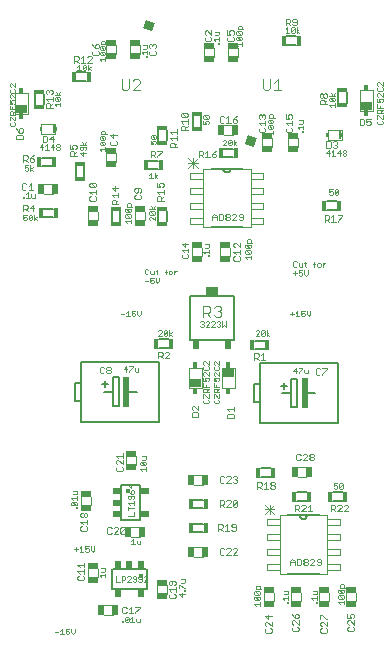
<source format=gto>
G75*
%MOIN*%
%OFA0B0*%
%FSLAX24Y24*%
%IPPOS*%
%LPD*%
%AMOC8*
5,1,8,0,0,1.08239X$1,22.5*
%
%ADD10C,0.0020*%
%ADD11R,0.0300X0.0300*%
%ADD12C,0.0000*%
%ADD13C,0.0030*%
%ADD14C,0.0060*%
%ADD15R,0.0340X0.0160*%
%ADD16C,0.0040*%
%ADD17R,0.0374X0.0197*%
%ADD18R,0.0160X0.0340*%
%ADD19R,0.0197X0.0374*%
%ADD20R,0.0083X0.0134*%
%ADD21R,0.0114X0.0315*%
%ADD22R,0.0433X0.0236*%
%ADD23R,0.0118X0.0217*%
%ADD24R,0.0433X0.0315*%
%ADD25C,0.0080*%
%ADD26R,0.0217X0.0285*%
%ADD27R,0.0394X0.0276*%
%ADD28C,0.0070*%
%ADD29C,0.0177*%
%ADD30R,0.0197X0.0256*%
%ADD31R,0.0256X0.0197*%
%ADD32R,0.0200X0.1000*%
D10*
X030510Y006550D02*
X030630Y006550D01*
X030694Y006580D02*
X030754Y006640D01*
X030754Y006460D01*
X030694Y006460D02*
X030814Y006460D01*
X030878Y006490D02*
X030908Y006460D01*
X030968Y006460D01*
X030998Y006490D01*
X030998Y006550D01*
X030968Y006580D01*
X030938Y006580D01*
X030878Y006550D01*
X030878Y006640D01*
X030998Y006640D01*
X031062Y006640D02*
X031062Y006520D01*
X031123Y006460D01*
X031183Y006520D01*
X031183Y006640D01*
X032760Y006860D02*
X032790Y006860D01*
X032790Y006890D01*
X032760Y006890D01*
X032760Y006860D01*
X032852Y006890D02*
X032972Y007010D01*
X032972Y006890D01*
X032942Y006860D01*
X032882Y006860D01*
X032852Y006890D01*
X032852Y007010D01*
X032882Y007040D01*
X032942Y007040D01*
X032972Y007010D01*
X033036Y006980D02*
X033096Y007040D01*
X033096Y006860D01*
X033036Y006860D02*
X033156Y006860D01*
X033220Y006890D02*
X033250Y006860D01*
X033340Y006860D01*
X033340Y006980D01*
X033220Y006980D02*
X033220Y006890D01*
X033202Y007160D02*
X033202Y007197D01*
X033349Y007343D01*
X033349Y007380D01*
X033202Y007380D01*
X033054Y007380D02*
X033054Y007160D01*
X032981Y007160D02*
X033128Y007160D01*
X032981Y007307D02*
X033054Y007380D01*
X032907Y007343D02*
X032870Y007380D01*
X032797Y007380D01*
X032760Y007343D01*
X032760Y007197D01*
X032797Y007160D01*
X032870Y007160D01*
X032907Y007197D01*
X032928Y008210D02*
X033048Y008330D01*
X033048Y008360D01*
X033018Y008390D01*
X032958Y008390D01*
X032928Y008360D01*
X032864Y008360D02*
X032864Y008300D01*
X032834Y008270D01*
X032744Y008270D01*
X032744Y008210D02*
X032744Y008390D01*
X032834Y008390D01*
X032864Y008360D01*
X032928Y008210D02*
X033048Y008210D01*
X033112Y008240D02*
X033142Y008210D01*
X033203Y008210D01*
X033233Y008240D01*
X033233Y008360D01*
X033203Y008390D01*
X033142Y008390D01*
X033112Y008360D01*
X033112Y008330D01*
X033142Y008300D01*
X033233Y008300D01*
X033297Y008330D02*
X033327Y008300D01*
X033417Y008300D01*
X033417Y008240D02*
X033417Y008360D01*
X033387Y008390D01*
X033327Y008390D01*
X033297Y008360D01*
X033297Y008330D01*
X033297Y008240D02*
X033327Y008210D01*
X033387Y008210D01*
X033417Y008240D01*
X033481Y008210D02*
X033601Y008330D01*
X033601Y008360D01*
X033571Y008390D01*
X033511Y008390D01*
X033481Y008360D01*
X033481Y008210D02*
X033601Y008210D01*
X034320Y008212D02*
X034320Y008139D01*
X034357Y008102D01*
X034393Y008102D01*
X034430Y008139D01*
X034430Y008249D01*
X034503Y008249D02*
X034357Y008249D01*
X034320Y008212D01*
X034503Y008249D02*
X034540Y008212D01*
X034540Y008139D01*
X034503Y008102D01*
X034540Y008028D02*
X034540Y007881D01*
X034540Y007954D02*
X034320Y007954D01*
X034393Y007881D01*
X034357Y007807D02*
X034320Y007770D01*
X034320Y007697D01*
X034357Y007660D01*
X034503Y007660D01*
X034540Y007697D01*
X034540Y007770D01*
X034503Y007807D01*
X034660Y007800D02*
X034750Y007710D01*
X034750Y007830D01*
X034810Y007894D02*
X034810Y007924D01*
X034840Y007924D01*
X034840Y007894D01*
X034810Y007894D01*
X034810Y007986D02*
X034690Y008106D01*
X034660Y008106D01*
X034660Y007986D01*
X034810Y007986D02*
X034840Y007986D01*
X034840Y007800D02*
X034660Y007800D01*
X034720Y008170D02*
X034810Y008170D01*
X034840Y008200D01*
X034840Y008290D01*
X034720Y008290D01*
X036010Y009147D02*
X036047Y009110D01*
X036120Y009110D01*
X036157Y009147D01*
X036231Y009110D02*
X036378Y009257D01*
X036378Y009293D01*
X036341Y009330D01*
X036268Y009330D01*
X036231Y009293D01*
X036157Y009293D02*
X036120Y009330D01*
X036047Y009330D01*
X036010Y009293D01*
X036010Y009147D01*
X036231Y009110D02*
X036378Y009110D01*
X036452Y009110D02*
X036599Y009257D01*
X036599Y009293D01*
X036562Y009330D01*
X036489Y009330D01*
X036452Y009293D01*
X036452Y009110D02*
X036599Y009110D01*
X036512Y009910D02*
X036549Y009947D01*
X036549Y010093D01*
X036512Y010130D01*
X036439Y010130D01*
X036402Y010093D01*
X036402Y010057D01*
X036439Y010020D01*
X036549Y010020D01*
X036512Y009910D02*
X036439Y009910D01*
X036402Y009947D01*
X036328Y009910D02*
X036181Y009910D01*
X036254Y009910D02*
X036254Y010130D01*
X036181Y010057D01*
X036107Y010093D02*
X036107Y010020D01*
X036070Y009983D01*
X035960Y009983D01*
X035960Y009910D02*
X035960Y010130D01*
X036070Y010130D01*
X036107Y010093D01*
X036033Y009983D02*
X036107Y009910D01*
X036157Y010710D02*
X036083Y010783D01*
X036120Y010783D02*
X036010Y010783D01*
X036010Y010710D02*
X036010Y010930D01*
X036120Y010930D01*
X036157Y010893D01*
X036157Y010820D01*
X036120Y010783D01*
X036231Y010710D02*
X036378Y010857D01*
X036378Y010893D01*
X036341Y010930D01*
X036268Y010930D01*
X036231Y010893D01*
X036231Y010710D02*
X036378Y010710D01*
X036452Y010747D02*
X036599Y010893D01*
X036599Y010747D01*
X036562Y010710D01*
X036489Y010710D01*
X036452Y010747D01*
X036452Y010893D01*
X036489Y010930D01*
X036562Y010930D01*
X036599Y010893D01*
X037260Y011310D02*
X037260Y011530D01*
X037370Y011530D01*
X037407Y011493D01*
X037407Y011420D01*
X037370Y011383D01*
X037260Y011383D01*
X037333Y011383D02*
X037407Y011310D01*
X037481Y011310D02*
X037628Y011310D01*
X037554Y011310D02*
X037554Y011530D01*
X037481Y011457D01*
X037702Y011457D02*
X037702Y011493D01*
X037739Y011530D01*
X037812Y011530D01*
X037849Y011493D01*
X037849Y011457D01*
X037812Y011420D01*
X037739Y011420D01*
X037702Y011457D01*
X037739Y011420D02*
X037702Y011383D01*
X037702Y011347D01*
X037739Y011310D01*
X037812Y011310D01*
X037849Y011347D01*
X037849Y011383D01*
X037812Y011420D01*
X038510Y010780D02*
X038620Y010780D01*
X038657Y010743D01*
X038657Y010670D01*
X038620Y010633D01*
X038510Y010633D01*
X038510Y010560D02*
X038510Y010780D01*
X038583Y010633D02*
X038657Y010560D01*
X038731Y010560D02*
X038878Y010707D01*
X038878Y010743D01*
X038841Y010780D01*
X038768Y010780D01*
X038731Y010743D01*
X038731Y010560D02*
X038878Y010560D01*
X038952Y010560D02*
X039099Y010560D01*
X039025Y010560D02*
X039025Y010780D01*
X038952Y010707D01*
X039710Y010780D02*
X039710Y010560D01*
X039710Y010633D02*
X039820Y010633D01*
X039857Y010670D01*
X039857Y010743D01*
X039820Y010780D01*
X039710Y010780D01*
X039783Y010633D02*
X039857Y010560D01*
X039931Y010560D02*
X040078Y010707D01*
X040078Y010743D01*
X040041Y010780D01*
X039968Y010780D01*
X039931Y010743D01*
X039931Y010560D02*
X040078Y010560D01*
X040152Y010560D02*
X040299Y010707D01*
X040299Y010743D01*
X040262Y010780D01*
X040189Y010780D01*
X040152Y010743D01*
X040152Y010560D02*
X040299Y010560D01*
X040084Y011310D02*
X040024Y011310D01*
X039994Y011340D01*
X040114Y011460D01*
X040114Y011340D01*
X040084Y011310D01*
X039994Y011340D02*
X039994Y011460D01*
X040024Y011490D01*
X040084Y011490D01*
X040114Y011460D01*
X039930Y011490D02*
X039810Y011490D01*
X039810Y011400D01*
X039870Y011430D01*
X039900Y011430D01*
X039930Y011400D01*
X039930Y011340D01*
X039900Y011310D01*
X039840Y011310D01*
X039810Y011340D01*
X039112Y012260D02*
X039039Y012260D01*
X039002Y012297D01*
X039002Y012333D01*
X039039Y012370D01*
X039112Y012370D01*
X039149Y012333D01*
X039149Y012297D01*
X039112Y012260D01*
X039112Y012370D02*
X039149Y012407D01*
X039149Y012443D01*
X039112Y012480D01*
X039039Y012480D01*
X039002Y012443D01*
X039002Y012407D01*
X039039Y012370D01*
X038928Y012407D02*
X038928Y012443D01*
X038891Y012480D01*
X038818Y012480D01*
X038781Y012443D01*
X038707Y012443D02*
X038670Y012480D01*
X038597Y012480D01*
X038560Y012443D01*
X038560Y012297D01*
X038597Y012260D01*
X038670Y012260D01*
X038707Y012297D01*
X038781Y012260D02*
X038928Y012407D01*
X038928Y012260D02*
X038781Y012260D01*
X036599Y011693D02*
X036599Y011657D01*
X036562Y011620D01*
X036599Y011583D01*
X036599Y011547D01*
X036562Y011510D01*
X036489Y011510D01*
X036452Y011547D01*
X036378Y011510D02*
X036231Y011510D01*
X036378Y011657D01*
X036378Y011693D01*
X036341Y011730D01*
X036268Y011730D01*
X036231Y011693D01*
X036157Y011693D02*
X036120Y011730D01*
X036047Y011730D01*
X036010Y011693D01*
X036010Y011547D01*
X036047Y011510D01*
X036120Y011510D01*
X036157Y011547D01*
X036452Y011693D02*
X036489Y011730D01*
X036562Y011730D01*
X036599Y011693D01*
X036562Y011620D02*
X036525Y011620D01*
X033540Y011908D02*
X033540Y012028D01*
X033540Y011968D02*
X033360Y011968D01*
X033420Y011908D01*
X033390Y012092D02*
X033360Y012122D01*
X033360Y012182D01*
X033390Y012212D01*
X033510Y012092D01*
X033540Y012122D01*
X033540Y012182D01*
X033510Y012212D01*
X033390Y012212D01*
X033420Y012276D02*
X033510Y012276D01*
X033540Y012306D01*
X033540Y012396D01*
X033420Y012396D01*
X033390Y012092D02*
X033510Y012092D01*
X032780Y012118D02*
X032633Y012265D01*
X032597Y012265D01*
X032560Y012228D01*
X032560Y012155D01*
X032597Y012118D01*
X032597Y012044D02*
X032560Y012007D01*
X032560Y011934D01*
X032597Y011897D01*
X032743Y011897D01*
X032780Y011934D01*
X032780Y012007D01*
X032743Y012044D01*
X032780Y012118D02*
X032780Y012265D01*
X032780Y012339D02*
X032780Y012486D01*
X032780Y012412D02*
X032560Y012412D01*
X032633Y012339D01*
X032960Y011421D02*
X033050Y011331D01*
X033050Y011451D01*
X033140Y011421D02*
X032960Y011421D01*
X032960Y011267D02*
X032990Y011207D01*
X033050Y011147D01*
X033050Y011237D01*
X033080Y011267D01*
X033110Y011267D01*
X033140Y011237D01*
X033140Y011177D01*
X033110Y011147D01*
X033050Y011147D01*
X033050Y011083D02*
X033050Y010992D01*
X033020Y010962D01*
X032990Y010962D01*
X032960Y010992D01*
X032960Y011053D01*
X032990Y011083D01*
X033110Y011083D01*
X033140Y011053D01*
X033140Y010992D01*
X033110Y010962D01*
X033140Y010898D02*
X033140Y010778D01*
X033140Y010838D02*
X032960Y010838D01*
X033020Y010778D01*
X032960Y010714D02*
X032960Y010594D01*
X032960Y010654D02*
X033140Y010654D01*
X033140Y010530D02*
X033140Y010410D01*
X032960Y010410D01*
X032812Y010030D02*
X032849Y009993D01*
X032702Y009847D01*
X032739Y009810D01*
X032812Y009810D01*
X032849Y009847D01*
X032849Y009993D01*
X032812Y010030D02*
X032739Y010030D01*
X032702Y009993D01*
X032702Y009847D01*
X032628Y009810D02*
X032481Y009810D01*
X032628Y009957D01*
X032628Y009993D01*
X032591Y010030D01*
X032518Y010030D01*
X032481Y009993D01*
X032407Y009993D02*
X032370Y010030D01*
X032297Y010030D01*
X032260Y009993D01*
X032260Y009847D01*
X032297Y009810D01*
X032370Y009810D01*
X032407Y009847D01*
X033060Y009580D02*
X033120Y009640D01*
X033120Y009460D01*
X033060Y009460D02*
X033180Y009460D01*
X033244Y009490D02*
X033274Y009460D01*
X033364Y009460D01*
X033364Y009580D01*
X033244Y009580D02*
X033244Y009490D01*
X032560Y008390D02*
X032560Y008210D01*
X032680Y008210D01*
X032190Y008360D02*
X032190Y008480D01*
X032190Y008420D02*
X032010Y008420D01*
X032070Y008360D01*
X032070Y008544D02*
X032160Y008544D01*
X032190Y008574D01*
X032190Y008664D01*
X032070Y008664D01*
X031490Y008628D02*
X031490Y008481D01*
X031490Y008554D02*
X031270Y008554D01*
X031343Y008481D01*
X031307Y008407D02*
X031270Y008370D01*
X031270Y008297D01*
X031307Y008260D01*
X031453Y008260D01*
X031490Y008297D01*
X031490Y008370D01*
X031453Y008407D01*
X031490Y008702D02*
X031490Y008849D01*
X031490Y008775D02*
X031270Y008775D01*
X031343Y008702D01*
X031344Y009210D02*
X031464Y009210D01*
X031404Y009210D02*
X031404Y009390D01*
X031344Y009330D01*
X031280Y009300D02*
X031160Y009300D01*
X031220Y009360D02*
X031220Y009240D01*
X031528Y009240D02*
X031558Y009210D01*
X031618Y009210D01*
X031648Y009240D01*
X031648Y009300D01*
X031618Y009330D01*
X031588Y009330D01*
X031528Y009300D01*
X031528Y009390D01*
X031648Y009390D01*
X031712Y009390D02*
X031712Y009270D01*
X031773Y009210D01*
X031833Y009270D01*
X031833Y009390D01*
X031553Y009910D02*
X031590Y009947D01*
X031590Y010020D01*
X031553Y010057D01*
X031590Y010131D02*
X031590Y010278D01*
X031590Y010204D02*
X031370Y010204D01*
X031443Y010131D01*
X031407Y010057D02*
X031370Y010020D01*
X031370Y009947D01*
X031407Y009910D01*
X031553Y009910D01*
X031553Y010352D02*
X031517Y010352D01*
X031480Y010389D01*
X031480Y010462D01*
X031517Y010499D01*
X031553Y010499D01*
X031590Y010462D01*
X031590Y010389D01*
X031553Y010352D01*
X031480Y010389D02*
X031443Y010352D01*
X031407Y010352D01*
X031370Y010389D01*
X031370Y010462D01*
X031407Y010499D01*
X031443Y010499D01*
X031480Y010462D01*
X031240Y010660D02*
X031240Y010690D01*
X031210Y010690D01*
X031210Y010660D01*
X031240Y010660D01*
X031210Y010752D02*
X031090Y010872D01*
X031210Y010872D01*
X031240Y010842D01*
X031240Y010782D01*
X031210Y010752D01*
X031090Y010752D01*
X031060Y010782D01*
X031060Y010842D01*
X031090Y010872D01*
X031120Y010936D02*
X031060Y010996D01*
X031240Y010996D01*
X031240Y010936D02*
X031240Y011056D01*
X031210Y011120D02*
X031240Y011150D01*
X031240Y011240D01*
X031120Y011240D01*
X031120Y011120D02*
X031210Y011120D01*
X035075Y013710D02*
X035075Y013820D01*
X035111Y013857D01*
X035258Y013857D01*
X035295Y013820D01*
X035295Y013710D01*
X035075Y013710D01*
X035111Y013931D02*
X035075Y013968D01*
X035075Y014041D01*
X035111Y014078D01*
X035148Y014078D01*
X035295Y013931D01*
X035295Y014078D01*
X035460Y014190D02*
X035460Y014250D01*
X035490Y014280D01*
X035460Y014344D02*
X035460Y014464D01*
X035490Y014464D01*
X035610Y014344D01*
X035640Y014344D01*
X035640Y014464D01*
X035640Y014528D02*
X035460Y014528D01*
X035460Y014618D01*
X035490Y014648D01*
X035550Y014648D01*
X035580Y014618D01*
X035580Y014528D01*
X035580Y014588D02*
X035640Y014648D01*
X035640Y014712D02*
X035460Y014712D01*
X035460Y014833D01*
X035460Y014897D02*
X035550Y014897D01*
X035520Y014957D01*
X035520Y014987D01*
X035550Y015017D01*
X035610Y015017D01*
X035640Y014987D01*
X035640Y014927D01*
X035610Y014897D01*
X035550Y014773D02*
X035550Y014712D01*
X035460Y014897D02*
X035460Y015017D01*
X035490Y015081D02*
X035460Y015111D01*
X035460Y015171D01*
X035490Y015201D01*
X035520Y015201D01*
X035640Y015081D01*
X035640Y015201D01*
X035610Y015265D02*
X035640Y015295D01*
X035640Y015355D01*
X035610Y015385D01*
X035640Y015449D02*
X035520Y015569D01*
X035490Y015569D01*
X035460Y015539D01*
X035460Y015479D01*
X035490Y015449D01*
X035490Y015385D02*
X035460Y015355D01*
X035460Y015295D01*
X035490Y015265D01*
X035610Y015265D01*
X035640Y015449D02*
X035640Y015569D01*
X035810Y015539D02*
X035810Y015479D01*
X035840Y015449D01*
X035840Y015385D02*
X035810Y015355D01*
X035810Y015295D01*
X035840Y015265D01*
X035960Y015265D01*
X035990Y015295D01*
X035990Y015355D01*
X035960Y015385D01*
X035990Y015449D02*
X035870Y015569D01*
X035840Y015569D01*
X035810Y015539D01*
X035990Y015569D02*
X035990Y015449D01*
X035990Y015201D02*
X035990Y015081D01*
X035870Y015201D01*
X035840Y015201D01*
X035810Y015171D01*
X035810Y015111D01*
X035840Y015081D01*
X035810Y015017D02*
X035810Y014897D01*
X035900Y014897D01*
X035870Y014957D01*
X035870Y014987D01*
X035900Y015017D01*
X035960Y015017D01*
X035990Y014987D01*
X035990Y014927D01*
X035960Y014897D01*
X035900Y014773D02*
X035900Y014712D01*
X035900Y014648D02*
X035930Y014618D01*
X035930Y014528D01*
X035990Y014528D02*
X035810Y014528D01*
X035810Y014618D01*
X035840Y014648D01*
X035900Y014648D01*
X035930Y014588D02*
X035990Y014648D01*
X035990Y014712D02*
X035810Y014712D01*
X035810Y014833D01*
X035810Y014464D02*
X035840Y014464D01*
X035960Y014344D01*
X035990Y014344D01*
X035990Y014464D01*
X035810Y014464D02*
X035810Y014344D01*
X035840Y014280D02*
X035810Y014250D01*
X035810Y014190D01*
X035840Y014160D01*
X035960Y014160D01*
X035990Y014190D01*
X035990Y014250D01*
X035960Y014280D01*
X035640Y014250D02*
X035610Y014280D01*
X035640Y014250D02*
X035640Y014190D01*
X035610Y014160D01*
X035490Y014160D01*
X035460Y014190D01*
X036255Y013962D02*
X036475Y013962D01*
X036475Y013889D02*
X036475Y014035D01*
X036328Y013889D02*
X036255Y013962D01*
X036292Y013814D02*
X036255Y013778D01*
X036255Y013668D01*
X036475Y013668D01*
X036475Y013778D01*
X036439Y013814D01*
X036292Y013814D01*
X038460Y015250D02*
X038580Y015250D01*
X038644Y015190D02*
X038644Y015160D01*
X038644Y015190D02*
X038764Y015310D01*
X038764Y015340D01*
X038644Y015340D01*
X038550Y015340D02*
X038460Y015250D01*
X038550Y015160D02*
X038550Y015340D01*
X038828Y015280D02*
X038828Y015190D01*
X038858Y015160D01*
X038948Y015160D01*
X038948Y015280D01*
X039210Y015293D02*
X039210Y015147D01*
X039247Y015110D01*
X039320Y015110D01*
X039357Y015147D01*
X039431Y015147D02*
X039431Y015110D01*
X039431Y015147D02*
X039578Y015293D01*
X039578Y015330D01*
X039431Y015330D01*
X039357Y015293D02*
X039320Y015330D01*
X039247Y015330D01*
X039210Y015293D01*
X037528Y015610D02*
X037381Y015610D01*
X037454Y015610D02*
X037454Y015830D01*
X037381Y015757D01*
X037307Y015793D02*
X037307Y015720D01*
X037270Y015683D01*
X037160Y015683D01*
X037160Y015610D02*
X037160Y015830D01*
X037270Y015830D01*
X037307Y015793D01*
X037233Y015683D02*
X037307Y015610D01*
X037330Y016410D02*
X037210Y016410D01*
X037330Y016530D01*
X037330Y016560D01*
X037300Y016590D01*
X037240Y016590D01*
X037210Y016560D01*
X037394Y016560D02*
X037424Y016590D01*
X037484Y016590D01*
X037514Y016560D01*
X037394Y016440D01*
X037424Y016410D01*
X037484Y016410D01*
X037514Y016440D01*
X037514Y016560D01*
X037578Y016590D02*
X037578Y016410D01*
X037578Y016470D02*
X037668Y016530D01*
X037578Y016470D02*
X037668Y016410D01*
X037394Y016440D02*
X037394Y016560D01*
X038360Y017150D02*
X038480Y017150D01*
X038544Y017180D02*
X038604Y017240D01*
X038604Y017060D01*
X038544Y017060D02*
X038664Y017060D01*
X038728Y017090D02*
X038758Y017060D01*
X038818Y017060D01*
X038848Y017090D01*
X038848Y017150D01*
X038818Y017180D01*
X038788Y017180D01*
X038728Y017150D01*
X038728Y017240D01*
X038848Y017240D01*
X038912Y017240D02*
X038912Y017120D01*
X038973Y017060D01*
X039033Y017120D01*
X039033Y017240D01*
X038420Y017210D02*
X038420Y017090D01*
X038674Y018410D02*
X038644Y018440D01*
X038674Y018410D02*
X038734Y018410D01*
X038764Y018440D01*
X038764Y018500D01*
X038734Y018530D01*
X038704Y018530D01*
X038644Y018500D01*
X038644Y018590D01*
X038764Y018590D01*
X038828Y018590D02*
X038828Y018470D01*
X038888Y018410D01*
X038948Y018470D01*
X038948Y018590D01*
X038888Y018710D02*
X038858Y018740D01*
X038858Y018860D01*
X038828Y018830D02*
X038888Y018830D01*
X038764Y018830D02*
X038764Y018710D01*
X038674Y018710D01*
X038644Y018740D01*
X038644Y018830D01*
X038580Y018860D02*
X038550Y018890D01*
X038490Y018890D01*
X038460Y018860D01*
X038460Y018740D01*
X038490Y018710D01*
X038550Y018710D01*
X038580Y018740D01*
X038520Y018560D02*
X038520Y018440D01*
X038460Y018500D02*
X038580Y018500D01*
X039165Y018710D02*
X039165Y018860D01*
X039195Y018890D01*
X039195Y018800D02*
X039135Y018800D01*
X039258Y018800D02*
X039258Y018740D01*
X039288Y018710D01*
X039348Y018710D01*
X039378Y018740D01*
X039378Y018800D01*
X039348Y018830D01*
X039288Y018830D01*
X039258Y018800D01*
X039442Y018770D02*
X039502Y018830D01*
X039532Y018830D01*
X039442Y018830D02*
X039442Y018710D01*
X039510Y020210D02*
X039510Y020430D01*
X039620Y020430D01*
X039657Y020393D01*
X039657Y020320D01*
X039620Y020283D01*
X039510Y020283D01*
X039583Y020283D02*
X039657Y020210D01*
X039731Y020210D02*
X039878Y020210D01*
X039804Y020210D02*
X039804Y020430D01*
X039731Y020357D01*
X039952Y020430D02*
X040099Y020430D01*
X040099Y020393D01*
X039952Y020247D01*
X039952Y020210D01*
X039934Y021110D02*
X039874Y021110D01*
X039844Y021140D01*
X039964Y021260D01*
X039964Y021140D01*
X039934Y021110D01*
X039844Y021140D02*
X039844Y021260D01*
X039874Y021290D01*
X039934Y021290D01*
X039964Y021260D01*
X039780Y021290D02*
X039660Y021290D01*
X039660Y021200D01*
X039720Y021230D01*
X039750Y021230D01*
X039780Y021200D01*
X039780Y021140D01*
X039750Y021110D01*
X039690Y021110D01*
X039660Y021140D01*
X039650Y022410D02*
X039650Y022590D01*
X039560Y022500D01*
X039680Y022500D01*
X039744Y022530D02*
X039804Y022590D01*
X039804Y022410D01*
X039744Y022410D02*
X039864Y022410D01*
X039928Y022500D02*
X040048Y022500D01*
X040112Y022470D02*
X040142Y022500D01*
X040203Y022500D01*
X040233Y022470D01*
X040233Y022440D01*
X040203Y022410D01*
X040142Y022410D01*
X040112Y022440D01*
X040112Y022470D01*
X040142Y022500D02*
X040112Y022530D01*
X040112Y022560D01*
X040142Y022590D01*
X040203Y022590D01*
X040233Y022560D01*
X040233Y022530D01*
X040203Y022500D01*
X040018Y022410D02*
X040018Y022590D01*
X039928Y022500D01*
X039899Y022670D02*
X039826Y022670D01*
X039789Y022707D01*
X039715Y022707D02*
X039715Y022853D01*
X039678Y022890D01*
X039568Y022890D01*
X039568Y022670D01*
X039678Y022670D01*
X039715Y022707D01*
X039789Y022853D02*
X039826Y022890D01*
X039899Y022890D01*
X039936Y022853D01*
X039936Y022817D01*
X039899Y022780D01*
X039936Y022743D01*
X039936Y022707D01*
X039899Y022670D01*
X039899Y022780D02*
X039862Y022780D01*
X040673Y023420D02*
X040783Y023420D01*
X040820Y023457D01*
X040820Y023604D01*
X040783Y023641D01*
X040673Y023641D01*
X040673Y023420D01*
X040894Y023457D02*
X040930Y023420D01*
X041004Y023420D01*
X041041Y023457D01*
X041041Y023530D01*
X041004Y023567D01*
X040967Y023567D01*
X040894Y023530D01*
X040894Y023641D01*
X041041Y023641D01*
X041260Y023644D02*
X041260Y023764D01*
X041290Y023764D01*
X041410Y023644D01*
X041440Y023644D01*
X041440Y023764D01*
X041440Y023828D02*
X041260Y023828D01*
X041260Y023918D01*
X041290Y023948D01*
X041350Y023948D01*
X041380Y023918D01*
X041380Y023828D01*
X041380Y023888D02*
X041440Y023948D01*
X041440Y024012D02*
X041260Y024012D01*
X041260Y024133D01*
X041260Y024197D02*
X041350Y024197D01*
X041320Y024257D01*
X041320Y024287D01*
X041350Y024317D01*
X041410Y024317D01*
X041440Y024287D01*
X041440Y024227D01*
X041410Y024197D01*
X041350Y024073D02*
X041350Y024012D01*
X041260Y024197D02*
X041260Y024317D01*
X041290Y024381D02*
X041260Y024411D01*
X041260Y024471D01*
X041290Y024501D01*
X041320Y024501D01*
X041440Y024381D01*
X041440Y024501D01*
X041410Y024565D02*
X041440Y024595D01*
X041440Y024655D01*
X041410Y024685D01*
X041440Y024749D02*
X041320Y024869D01*
X041290Y024869D01*
X041260Y024839D01*
X041260Y024779D01*
X041290Y024749D01*
X041290Y024685D02*
X041260Y024655D01*
X041260Y024595D01*
X041290Y024565D01*
X041410Y024565D01*
X041440Y024749D02*
X041440Y024869D01*
X039840Y024497D02*
X039780Y024407D01*
X039720Y024497D01*
X039660Y024407D02*
X039840Y024407D01*
X039810Y024342D02*
X039840Y024312D01*
X039840Y024252D01*
X039810Y024222D01*
X039690Y024342D01*
X039810Y024342D01*
X039810Y024222D02*
X039690Y024222D01*
X039660Y024252D01*
X039660Y024312D01*
X039690Y024342D01*
X039580Y024376D02*
X039543Y024339D01*
X039507Y024339D01*
X039470Y024376D01*
X039470Y024449D01*
X039507Y024486D01*
X039543Y024486D01*
X039580Y024449D01*
X039580Y024376D01*
X039470Y024376D02*
X039433Y024339D01*
X039397Y024339D01*
X039360Y024376D01*
X039360Y024449D01*
X039397Y024486D01*
X039433Y024486D01*
X039470Y024449D01*
X039470Y024265D02*
X039507Y024228D01*
X039507Y024118D01*
X039580Y024118D02*
X039360Y024118D01*
X039360Y024228D01*
X039397Y024265D01*
X039470Y024265D01*
X039507Y024191D02*
X039580Y024265D01*
X039660Y024098D02*
X039840Y024098D01*
X039840Y024038D02*
X039840Y024158D01*
X039720Y024038D02*
X039660Y024098D01*
X038790Y023596D02*
X038670Y023596D01*
X038790Y023596D02*
X038790Y023506D01*
X038760Y023476D01*
X038670Y023476D01*
X038790Y023412D02*
X038790Y023292D01*
X038790Y023352D02*
X038610Y023352D01*
X038670Y023292D01*
X038760Y023230D02*
X038790Y023230D01*
X038790Y023200D01*
X038760Y023200D01*
X038760Y023230D01*
X038430Y023234D02*
X038430Y023307D01*
X038393Y023344D01*
X038430Y023418D02*
X038430Y023565D01*
X038430Y023491D02*
X038210Y023491D01*
X038283Y023418D01*
X038247Y023344D02*
X038210Y023307D01*
X038210Y023234D01*
X038247Y023197D01*
X038393Y023197D01*
X038430Y023234D01*
X038393Y023639D02*
X038430Y023676D01*
X038430Y023749D01*
X038393Y023786D01*
X038320Y023786D01*
X038283Y023749D01*
X038283Y023712D01*
X038320Y023639D01*
X038210Y023639D01*
X038210Y023786D01*
X037850Y023676D02*
X037670Y023676D01*
X037670Y023766D01*
X037700Y023796D01*
X037760Y023796D01*
X037790Y023766D01*
X037790Y023676D01*
X037760Y023612D02*
X037790Y023582D01*
X037790Y023522D01*
X037760Y023492D01*
X037640Y023612D01*
X037760Y023612D01*
X037640Y023612D02*
X037610Y023582D01*
X037610Y023522D01*
X037640Y023492D01*
X037760Y023492D01*
X037760Y023428D02*
X037790Y023398D01*
X037790Y023338D01*
X037760Y023308D01*
X037640Y023428D01*
X037760Y023428D01*
X037640Y023428D02*
X037610Y023398D01*
X037610Y023338D01*
X037640Y023308D01*
X037760Y023308D01*
X037790Y023243D02*
X037790Y023123D01*
X037790Y023183D02*
X037610Y023183D01*
X037670Y023123D01*
X037530Y023234D02*
X037530Y023307D01*
X037493Y023344D01*
X037530Y023418D02*
X037530Y023565D01*
X037530Y023491D02*
X037310Y023491D01*
X037383Y023418D01*
X037347Y023344D02*
X037310Y023307D01*
X037310Y023234D01*
X037347Y023197D01*
X037493Y023197D01*
X037530Y023234D01*
X037493Y023639D02*
X037530Y023676D01*
X037530Y023749D01*
X037493Y023786D01*
X037457Y023786D01*
X037420Y023749D01*
X037420Y023712D01*
X037420Y023749D02*
X037383Y023786D01*
X037347Y023786D01*
X037310Y023749D01*
X037310Y023676D01*
X037347Y023639D01*
X036599Y023583D02*
X036562Y023620D01*
X036452Y023620D01*
X036452Y023547D01*
X036489Y023510D01*
X036562Y023510D01*
X036599Y023547D01*
X036599Y023583D01*
X036525Y023693D02*
X036452Y023620D01*
X036525Y023693D02*
X036599Y023730D01*
X036304Y023730D02*
X036304Y023510D01*
X036231Y023510D02*
X036378Y023510D01*
X036231Y023657D02*
X036304Y023730D01*
X036157Y023693D02*
X036120Y023730D01*
X036047Y023730D01*
X036010Y023693D01*
X036010Y023547D01*
X036047Y023510D01*
X036120Y023510D01*
X036157Y023547D01*
X035640Y023550D02*
X035640Y023490D01*
X035610Y023460D01*
X035550Y023460D02*
X035520Y023520D01*
X035520Y023550D01*
X035550Y023580D01*
X035610Y023580D01*
X035640Y023550D01*
X035610Y023644D02*
X035490Y023764D01*
X035610Y023764D01*
X035640Y023734D01*
X035640Y023674D01*
X035610Y023644D01*
X035490Y023644D01*
X035460Y023674D01*
X035460Y023734D01*
X035490Y023764D01*
X035460Y023580D02*
X035460Y023460D01*
X035550Y023460D01*
X034940Y023481D02*
X034940Y023628D01*
X034940Y023554D02*
X034720Y023554D01*
X034793Y023481D01*
X034757Y023407D02*
X034830Y023407D01*
X034867Y023370D01*
X034867Y023260D01*
X034940Y023260D02*
X034720Y023260D01*
X034720Y023370D01*
X034757Y023407D01*
X034867Y023333D02*
X034940Y023407D01*
X034903Y023702D02*
X034757Y023849D01*
X034903Y023849D01*
X034940Y023812D01*
X034940Y023739D01*
X034903Y023702D01*
X034757Y023702D01*
X034720Y023739D01*
X034720Y023812D01*
X034757Y023849D01*
X034580Y023286D02*
X034580Y023139D01*
X034580Y023212D02*
X034360Y023212D01*
X034433Y023139D01*
X034580Y023065D02*
X034580Y022918D01*
X034580Y022991D02*
X034360Y022991D01*
X034433Y022918D01*
X034397Y022844D02*
X034470Y022844D01*
X034507Y022807D01*
X034507Y022697D01*
X034580Y022697D02*
X034360Y022697D01*
X034360Y022807D01*
X034397Y022844D01*
X034507Y022770D02*
X034580Y022844D01*
X034078Y022580D02*
X034078Y022543D01*
X033931Y022397D01*
X033931Y022360D01*
X033857Y022360D02*
X033783Y022433D01*
X033820Y022433D02*
X033710Y022433D01*
X033710Y022360D02*
X033710Y022580D01*
X033820Y022580D01*
X033857Y022543D01*
X033857Y022470D01*
X033820Y022433D01*
X033931Y022580D02*
X034078Y022580D01*
X033860Y022792D02*
X033890Y022822D01*
X033890Y022882D01*
X033860Y022912D01*
X033800Y022912D01*
X033770Y022882D01*
X033770Y022852D01*
X033800Y022792D01*
X033710Y022792D01*
X033710Y022912D01*
X033740Y022976D02*
X033710Y023006D01*
X033710Y023066D01*
X033740Y023096D01*
X033860Y022976D01*
X033890Y023006D01*
X033890Y023066D01*
X033860Y023096D01*
X033740Y023096D01*
X033740Y022976D02*
X033860Y022976D01*
X032580Y022878D02*
X032543Y022915D01*
X032580Y022878D02*
X032580Y022805D01*
X032543Y022768D01*
X032397Y022768D01*
X032360Y022805D01*
X032360Y022878D01*
X032397Y022915D01*
X032470Y022989D02*
X032470Y023136D01*
X032580Y023099D02*
X032360Y023099D01*
X032470Y022989D01*
X032250Y023126D02*
X032070Y023126D01*
X032070Y023216D01*
X032100Y023246D01*
X032160Y023246D01*
X032190Y023216D01*
X032190Y023126D01*
X032160Y023062D02*
X032190Y023032D01*
X032190Y022972D01*
X032160Y022942D01*
X032040Y023062D01*
X032160Y023062D01*
X032040Y023062D02*
X032010Y023032D01*
X032010Y022972D01*
X032040Y022942D01*
X032160Y022942D01*
X032160Y022878D02*
X032190Y022848D01*
X032190Y022788D01*
X032160Y022758D01*
X032040Y022878D01*
X032160Y022878D01*
X032040Y022878D02*
X032010Y022848D01*
X032010Y022788D01*
X032040Y022758D01*
X032160Y022758D01*
X032190Y022693D02*
X032190Y022573D01*
X032190Y022633D02*
X032010Y022633D01*
X032070Y022573D01*
X031540Y022624D02*
X031540Y022684D01*
X031510Y022714D01*
X031390Y022714D01*
X031360Y022684D01*
X031360Y022624D01*
X031390Y022594D01*
X031420Y022594D01*
X031450Y022624D01*
X031450Y022714D01*
X031480Y022778D02*
X031420Y022868D01*
X031480Y022778D02*
X031540Y022868D01*
X031540Y022778D02*
X031360Y022778D01*
X031240Y022741D02*
X031240Y022668D01*
X031203Y022631D01*
X031130Y022631D02*
X031093Y022704D01*
X031093Y022741D01*
X031130Y022778D01*
X031203Y022778D01*
X031240Y022741D01*
X031130Y022631D02*
X031020Y022631D01*
X031020Y022778D01*
X031057Y022557D02*
X031130Y022557D01*
X031167Y022520D01*
X031167Y022410D01*
X031240Y022410D02*
X031020Y022410D01*
X031020Y022520D01*
X031057Y022557D01*
X031167Y022483D02*
X031240Y022557D01*
X031360Y022500D02*
X031450Y022410D01*
X031450Y022530D01*
X031510Y022594D02*
X031540Y022624D01*
X031540Y022500D02*
X031360Y022500D01*
X030683Y022640D02*
X030653Y022610D01*
X030592Y022610D01*
X030562Y022640D01*
X030562Y022670D01*
X030592Y022700D01*
X030653Y022700D01*
X030683Y022670D01*
X030683Y022640D01*
X030653Y022700D02*
X030683Y022730D01*
X030683Y022760D01*
X030653Y022790D01*
X030592Y022790D01*
X030562Y022760D01*
X030562Y022730D01*
X030592Y022700D01*
X030498Y022700D02*
X030378Y022700D01*
X030468Y022790D01*
X030468Y022610D01*
X030314Y022610D02*
X030194Y022610D01*
X030254Y022610D02*
X030254Y022790D01*
X030194Y022730D01*
X030130Y022700D02*
X030010Y022700D01*
X030100Y022790D01*
X030100Y022610D01*
X030110Y022860D02*
X030220Y022860D01*
X030257Y022897D01*
X030257Y023043D01*
X030220Y023080D01*
X030110Y023080D01*
X030110Y022860D01*
X030331Y022970D02*
X030478Y022970D01*
X030441Y022860D02*
X030441Y023080D01*
X030331Y022970D01*
X029445Y022960D02*
X029445Y023070D01*
X029408Y023107D01*
X029261Y023107D01*
X029225Y023070D01*
X029225Y022960D01*
X029445Y022960D01*
X029408Y023181D02*
X029445Y023218D01*
X029445Y023291D01*
X029408Y023328D01*
X029371Y023328D01*
X029335Y023291D01*
X029335Y023181D01*
X029408Y023181D01*
X029335Y023181D02*
X029261Y023255D01*
X029225Y023328D01*
X029160Y023410D02*
X029040Y023410D01*
X029010Y023440D01*
X029010Y023500D01*
X029040Y023530D01*
X029010Y023594D02*
X029010Y023714D01*
X029040Y023714D01*
X029160Y023594D01*
X029190Y023594D01*
X029190Y023714D01*
X029190Y023778D02*
X029010Y023778D01*
X029010Y023868D01*
X029040Y023898D01*
X029100Y023898D01*
X029130Y023868D01*
X029130Y023778D01*
X029130Y023838D02*
X029190Y023898D01*
X029190Y023962D02*
X029010Y023962D01*
X029010Y024083D01*
X029010Y024147D02*
X029100Y024147D01*
X029070Y024207D01*
X029070Y024237D01*
X029100Y024267D01*
X029160Y024267D01*
X029190Y024237D01*
X029190Y024177D01*
X029160Y024147D01*
X029100Y024023D02*
X029100Y023962D01*
X029010Y024147D02*
X029010Y024267D01*
X029040Y024331D02*
X029010Y024361D01*
X029010Y024421D01*
X029040Y024451D01*
X029070Y024451D01*
X029190Y024331D01*
X029190Y024451D01*
X029160Y024515D02*
X029190Y024545D01*
X029190Y024605D01*
X029160Y024635D01*
X029190Y024699D02*
X029070Y024819D01*
X029040Y024819D01*
X029010Y024789D01*
X029010Y024729D01*
X029040Y024699D01*
X029040Y024635D02*
X029010Y024605D01*
X029010Y024545D01*
X029040Y024515D01*
X029160Y024515D01*
X029190Y024699D02*
X029190Y024819D01*
X030220Y024562D02*
X030220Y024489D01*
X030257Y024452D01*
X030330Y024525D02*
X030330Y024562D01*
X030367Y024599D01*
X030403Y024599D01*
X030440Y024562D01*
X030440Y024489D01*
X030403Y024452D01*
X030440Y024378D02*
X030440Y024231D01*
X030440Y024304D02*
X030220Y024304D01*
X030293Y024231D01*
X030257Y024157D02*
X030330Y024157D01*
X030367Y024120D01*
X030367Y024010D01*
X030440Y024010D02*
X030220Y024010D01*
X030220Y024120D01*
X030257Y024157D01*
X030367Y024083D02*
X030440Y024157D01*
X030510Y024120D02*
X030690Y024120D01*
X030690Y024060D02*
X030690Y024180D01*
X030660Y024244D02*
X030540Y024364D01*
X030660Y024364D01*
X030690Y024334D01*
X030690Y024274D01*
X030660Y024244D01*
X030540Y024244D01*
X030510Y024274D01*
X030510Y024334D01*
X030540Y024364D01*
X030510Y024428D02*
X030690Y024428D01*
X030630Y024428D02*
X030570Y024518D01*
X030630Y024428D02*
X030690Y024518D01*
X030330Y024562D02*
X030293Y024599D01*
X030257Y024599D01*
X030220Y024562D01*
X030510Y024120D02*
X030570Y024060D01*
X029190Y023500D02*
X029160Y023530D01*
X029190Y023500D02*
X029190Y023440D01*
X029160Y023410D01*
X029460Y022430D02*
X029570Y022430D01*
X029607Y022393D01*
X029607Y022320D01*
X029570Y022283D01*
X029460Y022283D01*
X029460Y022210D02*
X029460Y022430D01*
X029533Y022283D02*
X029607Y022210D01*
X029681Y022247D02*
X029718Y022210D01*
X029791Y022210D01*
X029828Y022247D01*
X029828Y022283D01*
X029791Y022320D01*
X029681Y022320D01*
X029681Y022247D01*
X029681Y022320D02*
X029754Y022393D01*
X029828Y022430D01*
X029694Y022090D02*
X029694Y021910D01*
X029694Y021970D02*
X029784Y022030D01*
X029694Y021970D02*
X029784Y021910D01*
X029630Y021940D02*
X029600Y021910D01*
X029540Y021910D01*
X029510Y021940D01*
X029510Y022000D02*
X029570Y022030D01*
X029600Y022030D01*
X029630Y022000D01*
X029630Y021940D01*
X029510Y022000D02*
X029510Y022090D01*
X029630Y022090D01*
X029712Y021490D02*
X029639Y021417D01*
X029565Y021453D02*
X029528Y021490D01*
X029455Y021490D01*
X029418Y021453D01*
X029418Y021307D01*
X029455Y021270D01*
X029528Y021270D01*
X029565Y021307D01*
X029639Y021270D02*
X029786Y021270D01*
X029712Y021270D02*
X029712Y021490D01*
X029612Y021190D02*
X029612Y021010D01*
X029552Y021010D02*
X029672Y021010D01*
X029736Y021040D02*
X029766Y021010D01*
X029856Y021010D01*
X029856Y021130D01*
X029736Y021130D02*
X029736Y021040D01*
X029612Y021190D02*
X029552Y021130D01*
X029490Y021040D02*
X029490Y021010D01*
X029460Y021010D01*
X029460Y021040D01*
X029490Y021040D01*
X029460Y020780D02*
X029570Y020780D01*
X029607Y020743D01*
X029607Y020670D01*
X029570Y020633D01*
X029460Y020633D01*
X029460Y020560D02*
X029460Y020780D01*
X029533Y020633D02*
X029607Y020560D01*
X029580Y020440D02*
X029460Y020440D01*
X029460Y020350D01*
X029520Y020380D01*
X029550Y020380D01*
X029580Y020350D01*
X029580Y020290D01*
X029550Y020260D01*
X029490Y020260D01*
X029460Y020290D01*
X029644Y020290D02*
X029764Y020410D01*
X029764Y020290D01*
X029734Y020260D01*
X029674Y020260D01*
X029644Y020290D01*
X029644Y020410D01*
X029674Y020440D01*
X029734Y020440D01*
X029764Y020410D01*
X029828Y020440D02*
X029828Y020260D01*
X029828Y020320D02*
X029918Y020380D01*
X029828Y020320D02*
X029918Y020260D01*
X029791Y020560D02*
X029791Y020780D01*
X029681Y020670D01*
X029828Y020670D01*
X031670Y020947D02*
X031707Y020910D01*
X031853Y020910D01*
X031890Y020947D01*
X031890Y021020D01*
X031853Y021057D01*
X031890Y021131D02*
X031890Y021278D01*
X031890Y021204D02*
X031670Y021204D01*
X031743Y021131D01*
X031707Y021057D02*
X031670Y021020D01*
X031670Y020947D01*
X031707Y021352D02*
X031670Y021389D01*
X031670Y021462D01*
X031707Y021499D01*
X031853Y021352D01*
X031890Y021389D01*
X031890Y021462D01*
X031853Y021499D01*
X031707Y021499D01*
X031707Y021352D02*
X031853Y021352D01*
X032410Y021349D02*
X032520Y021239D01*
X032520Y021386D01*
X032630Y021349D02*
X032410Y021349D01*
X032410Y021091D02*
X032630Y021091D01*
X032630Y021018D02*
X032630Y021165D01*
X032483Y021018D02*
X032410Y021091D01*
X032447Y020944D02*
X032520Y020944D01*
X032557Y020907D01*
X032557Y020797D01*
X032630Y020797D02*
X032410Y020797D01*
X032410Y020907D01*
X032447Y020944D01*
X032557Y020870D02*
X032630Y020944D01*
X032920Y020803D02*
X032950Y020833D01*
X033010Y020833D01*
X033040Y020803D01*
X033040Y020712D01*
X033100Y020712D02*
X032920Y020712D01*
X032920Y020803D01*
X032890Y020648D02*
X033010Y020528D01*
X033040Y020558D01*
X033040Y020618D01*
X033010Y020648D01*
X032890Y020648D01*
X032860Y020618D01*
X032860Y020558D01*
X032890Y020528D01*
X033010Y020528D01*
X033010Y020464D02*
X033040Y020434D01*
X033040Y020374D01*
X033010Y020344D01*
X032890Y020464D01*
X033010Y020464D01*
X033010Y020344D02*
X032890Y020344D01*
X032860Y020374D01*
X032860Y020434D01*
X032890Y020464D01*
X033040Y020280D02*
X033040Y020160D01*
X033040Y020220D02*
X032860Y020220D01*
X032920Y020160D01*
X033660Y020290D02*
X033690Y020260D01*
X033660Y020290D02*
X033660Y020350D01*
X033690Y020380D01*
X033720Y020380D01*
X033840Y020260D01*
X033840Y020380D01*
X033810Y020444D02*
X033690Y020564D01*
X033810Y020564D01*
X033840Y020534D01*
X033840Y020474D01*
X033810Y020444D01*
X033690Y020444D01*
X033660Y020474D01*
X033660Y020534D01*
X033690Y020564D01*
X033660Y020628D02*
X033840Y020628D01*
X033780Y020628D02*
X033720Y020718D01*
X033780Y020628D02*
X033840Y020718D01*
X033920Y020910D02*
X033920Y021020D01*
X033957Y021057D01*
X034030Y021057D01*
X034067Y021020D01*
X034067Y020910D01*
X034140Y020910D02*
X033920Y020910D01*
X034067Y020983D02*
X034140Y021057D01*
X034140Y021131D02*
X034140Y021278D01*
X034140Y021204D02*
X033920Y021204D01*
X033993Y021131D01*
X034030Y021352D02*
X033993Y021425D01*
X033993Y021462D01*
X034030Y021499D01*
X034103Y021499D01*
X034140Y021462D01*
X034140Y021389D01*
X034103Y021352D01*
X034030Y021352D02*
X033920Y021352D01*
X033920Y021499D01*
X033934Y021660D02*
X033844Y021720D01*
X033934Y021780D01*
X033844Y021840D02*
X033844Y021660D01*
X033780Y021660D02*
X033660Y021660D01*
X033720Y021660D02*
X033720Y021840D01*
X033660Y021780D01*
X033353Y021328D02*
X033207Y021328D01*
X033170Y021291D01*
X033170Y021218D01*
X033207Y021181D01*
X033243Y021181D01*
X033280Y021218D01*
X033280Y021328D01*
X033353Y021328D02*
X033390Y021291D01*
X033390Y021218D01*
X033353Y021181D01*
X033353Y021107D02*
X033390Y021070D01*
X033390Y020997D01*
X033353Y020960D01*
X033207Y020960D01*
X033170Y020997D01*
X033170Y021070D01*
X033207Y021107D01*
X035310Y022360D02*
X035310Y022580D01*
X035420Y022580D01*
X035457Y022543D01*
X035457Y022470D01*
X035420Y022433D01*
X035310Y022433D01*
X035383Y022433D02*
X035457Y022360D01*
X035531Y022360D02*
X035678Y022360D01*
X035604Y022360D02*
X035604Y022580D01*
X035531Y022507D01*
X035752Y022470D02*
X035862Y022470D01*
X035899Y022433D01*
X035899Y022397D01*
X035862Y022360D01*
X035789Y022360D01*
X035752Y022397D01*
X035752Y022470D01*
X035825Y022543D01*
X035899Y022580D01*
X036110Y022760D02*
X036230Y022880D01*
X036230Y022910D01*
X036200Y022940D01*
X036140Y022940D01*
X036110Y022910D01*
X036110Y022760D02*
X036230Y022760D01*
X036294Y022790D02*
X036414Y022910D01*
X036414Y022790D01*
X036384Y022760D01*
X036324Y022760D01*
X036294Y022790D01*
X036294Y022910D01*
X036324Y022940D01*
X036384Y022940D01*
X036414Y022910D01*
X036478Y022940D02*
X036478Y022760D01*
X036478Y022820D02*
X036568Y022880D01*
X036478Y022820D02*
X036568Y022760D01*
X036533Y020480D02*
X036460Y020480D01*
X036423Y020443D01*
X036349Y020443D02*
X036349Y020407D01*
X036312Y020370D01*
X036239Y020370D01*
X036202Y020407D01*
X036202Y020443D01*
X036239Y020480D01*
X036312Y020480D01*
X036349Y020443D01*
X036312Y020370D02*
X036349Y020333D01*
X036349Y020297D01*
X036312Y020260D01*
X036239Y020260D01*
X036202Y020297D01*
X036202Y020333D01*
X036239Y020370D01*
X036128Y020297D02*
X036128Y020443D01*
X036091Y020480D01*
X035981Y020480D01*
X035981Y020260D01*
X036091Y020260D01*
X036128Y020297D01*
X035907Y020260D02*
X035907Y020407D01*
X035833Y020480D01*
X035760Y020407D01*
X035760Y020260D01*
X035760Y020370D02*
X035907Y020370D01*
X036423Y020260D02*
X036570Y020407D01*
X036570Y020443D01*
X036533Y020480D01*
X036644Y020443D02*
X036644Y020407D01*
X036681Y020370D01*
X036791Y020370D01*
X036791Y020297D02*
X036791Y020443D01*
X036754Y020480D01*
X036681Y020480D01*
X036644Y020443D01*
X036644Y020297D02*
X036681Y020260D01*
X036754Y020260D01*
X036791Y020297D01*
X036570Y020260D02*
X036423Y020260D01*
X036507Y019499D02*
X036470Y019462D01*
X036470Y019389D01*
X036507Y019352D01*
X036507Y019499D02*
X036543Y019499D01*
X036690Y019352D01*
X036690Y019499D01*
X036860Y019418D02*
X036890Y019448D01*
X037010Y019328D01*
X037040Y019358D01*
X037040Y019418D01*
X037010Y019448D01*
X036890Y019448D01*
X036860Y019418D02*
X036860Y019358D01*
X036890Y019328D01*
X037010Y019328D01*
X037010Y019264D02*
X037040Y019234D01*
X037040Y019174D01*
X037010Y019144D01*
X036890Y019264D01*
X037010Y019264D01*
X037010Y019144D02*
X036890Y019144D01*
X036860Y019174D01*
X036860Y019234D01*
X036890Y019264D01*
X036690Y019278D02*
X036690Y019131D01*
X036690Y019204D02*
X036470Y019204D01*
X036543Y019131D01*
X036507Y019057D02*
X036470Y019020D01*
X036470Y018947D01*
X036507Y018910D01*
X036653Y018910D01*
X036690Y018947D01*
X036690Y019020D01*
X036653Y019057D01*
X036860Y019020D02*
X037040Y019020D01*
X037040Y018960D02*
X037040Y019080D01*
X036920Y018960D02*
X036860Y019020D01*
X036920Y019512D02*
X036920Y019603D01*
X036950Y019633D01*
X037010Y019633D01*
X037040Y019603D01*
X037040Y019512D01*
X037100Y019512D02*
X036920Y019512D01*
X035640Y019456D02*
X035640Y019366D01*
X035610Y019336D01*
X035520Y019336D01*
X035520Y019456D02*
X035640Y019456D01*
X035640Y019272D02*
X035640Y019152D01*
X035640Y019212D02*
X035460Y019212D01*
X035520Y019152D01*
X035610Y019090D02*
X035640Y019090D01*
X035640Y019060D01*
X035610Y019060D01*
X035610Y019090D01*
X034940Y019100D02*
X034910Y019130D01*
X034940Y019100D02*
X034940Y019040D01*
X034910Y019010D01*
X034790Y019010D01*
X034760Y019040D01*
X034760Y019100D01*
X034790Y019130D01*
X034820Y019194D02*
X034760Y019254D01*
X034940Y019254D01*
X034940Y019194D02*
X034940Y019314D01*
X034850Y019378D02*
X034850Y019498D01*
X034940Y019468D02*
X034760Y019468D01*
X034850Y019378D01*
X034245Y018640D02*
X034215Y018610D01*
X034215Y018460D01*
X034185Y018550D02*
X034245Y018550D01*
X034308Y018550D02*
X034308Y018490D01*
X034338Y018460D01*
X034398Y018460D01*
X034428Y018490D01*
X034428Y018550D01*
X034398Y018580D01*
X034338Y018580D01*
X034308Y018550D01*
X034492Y018520D02*
X034552Y018580D01*
X034582Y018580D01*
X034492Y018580D02*
X034492Y018460D01*
X033998Y018340D02*
X033998Y018220D01*
X033938Y018160D01*
X033878Y018220D01*
X033878Y018340D01*
X033814Y018340D02*
X033694Y018340D01*
X033694Y018250D01*
X033754Y018280D01*
X033784Y018280D01*
X033814Y018250D01*
X033814Y018190D01*
X033784Y018160D01*
X033724Y018160D01*
X033694Y018190D01*
X033630Y018250D02*
X033510Y018250D01*
X033540Y018460D02*
X033600Y018460D01*
X033630Y018490D01*
X033694Y018490D02*
X033724Y018460D01*
X033814Y018460D01*
X033814Y018580D01*
X033878Y018580D02*
X033938Y018580D01*
X033908Y018610D02*
X033908Y018490D01*
X033938Y018460D01*
X033694Y018490D02*
X033694Y018580D01*
X033630Y018610D02*
X033600Y018640D01*
X033540Y018640D01*
X033510Y018610D01*
X033510Y018490D01*
X033540Y018460D01*
X033383Y017240D02*
X033383Y017120D01*
X033323Y017060D01*
X033262Y017120D01*
X033262Y017240D01*
X033198Y017240D02*
X033078Y017240D01*
X033078Y017150D01*
X033138Y017180D01*
X033168Y017180D01*
X033198Y017150D01*
X033198Y017090D01*
X033168Y017060D01*
X033108Y017060D01*
X033078Y017090D01*
X033014Y017060D02*
X032894Y017060D01*
X032954Y017060D02*
X032954Y017240D01*
X032894Y017180D01*
X032830Y017150D02*
X032710Y017150D01*
X033960Y016560D02*
X033990Y016590D01*
X034050Y016590D01*
X034080Y016560D01*
X034080Y016530D01*
X033960Y016410D01*
X034080Y016410D01*
X034144Y016440D02*
X034264Y016560D01*
X034264Y016440D01*
X034234Y016410D01*
X034174Y016410D01*
X034144Y016440D01*
X034144Y016560D01*
X034174Y016590D01*
X034234Y016590D01*
X034264Y016560D01*
X034328Y016590D02*
X034328Y016410D01*
X034328Y016470D02*
X034418Y016530D01*
X034328Y016470D02*
X034418Y016410D01*
X034291Y015880D02*
X034218Y015880D01*
X034181Y015843D01*
X034107Y015843D02*
X034107Y015770D01*
X034070Y015733D01*
X033960Y015733D01*
X033960Y015660D02*
X033960Y015880D01*
X034070Y015880D01*
X034107Y015843D01*
X034033Y015733D02*
X034107Y015660D01*
X034181Y015660D02*
X034328Y015807D01*
X034328Y015843D01*
X034291Y015880D01*
X034328Y015660D02*
X034181Y015660D01*
X033298Y015330D02*
X033298Y015210D01*
X033208Y015210D01*
X033178Y015240D01*
X033178Y015330D01*
X033114Y015360D02*
X032994Y015240D01*
X032994Y015210D01*
X032900Y015210D02*
X032900Y015390D01*
X032810Y015300D01*
X032930Y015300D01*
X032994Y015390D02*
X033114Y015390D01*
X033114Y015360D01*
X032378Y015343D02*
X032378Y015307D01*
X032341Y015270D01*
X032268Y015270D01*
X032231Y015307D01*
X032231Y015343D01*
X032268Y015380D01*
X032341Y015380D01*
X032378Y015343D01*
X032341Y015270D02*
X032378Y015233D01*
X032378Y015197D01*
X032341Y015160D01*
X032268Y015160D01*
X032231Y015197D01*
X032231Y015233D01*
X032268Y015270D01*
X032157Y015197D02*
X032120Y015160D01*
X032047Y015160D01*
X032010Y015197D01*
X032010Y015343D01*
X032047Y015380D01*
X032120Y015380D01*
X032157Y015343D01*
X035360Y016740D02*
X035390Y016710D01*
X035450Y016710D01*
X035480Y016740D01*
X035480Y016770D01*
X035450Y016800D01*
X035420Y016800D01*
X035450Y016800D02*
X035480Y016830D01*
X035480Y016860D01*
X035450Y016890D01*
X035390Y016890D01*
X035360Y016860D01*
X035544Y016860D02*
X035574Y016890D01*
X035634Y016890D01*
X035664Y016860D01*
X035664Y016830D01*
X035544Y016710D01*
X035664Y016710D01*
X035728Y016710D02*
X035848Y016830D01*
X035848Y016860D01*
X035818Y016890D01*
X035758Y016890D01*
X035728Y016860D01*
X035728Y016710D02*
X035848Y016710D01*
X035912Y016740D02*
X035942Y016710D01*
X036003Y016710D01*
X036033Y016740D01*
X036033Y016770D01*
X036003Y016800D01*
X035973Y016800D01*
X036003Y016800D02*
X036033Y016830D01*
X036033Y016860D01*
X036003Y016890D01*
X035942Y016890D01*
X035912Y016860D01*
X036097Y016890D02*
X036097Y016710D01*
X036157Y016770D01*
X036217Y016710D01*
X036217Y016890D01*
X041290Y023460D02*
X041410Y023460D01*
X041440Y023490D01*
X041440Y023550D01*
X041410Y023580D01*
X041290Y023580D02*
X041260Y023550D01*
X041260Y023490D01*
X041290Y023460D01*
X038668Y026510D02*
X038578Y026570D01*
X038668Y026630D01*
X038578Y026690D02*
X038578Y026510D01*
X038514Y026540D02*
X038484Y026510D01*
X038424Y026510D01*
X038394Y026540D01*
X038514Y026660D01*
X038514Y026540D01*
X038394Y026540D02*
X038394Y026660D01*
X038424Y026690D01*
X038484Y026690D01*
X038514Y026660D01*
X038541Y026760D02*
X038578Y026797D01*
X038578Y026943D01*
X038541Y026980D01*
X038468Y026980D01*
X038431Y026943D01*
X038431Y026907D01*
X038468Y026870D01*
X038578Y026870D01*
X038541Y026760D02*
X038468Y026760D01*
X038431Y026797D01*
X038357Y026760D02*
X038283Y026833D01*
X038320Y026833D02*
X038210Y026833D01*
X038210Y026760D02*
X038210Y026980D01*
X038320Y026980D01*
X038357Y026943D01*
X038357Y026870D01*
X038320Y026833D01*
X038270Y026690D02*
X038270Y026510D01*
X038210Y026510D02*
X038330Y026510D01*
X038210Y026630D02*
X038270Y026690D01*
X036800Y026626D02*
X036620Y026626D01*
X036620Y026716D01*
X036650Y026746D01*
X036710Y026746D01*
X036740Y026716D01*
X036740Y026626D01*
X036710Y026562D02*
X036740Y026532D01*
X036740Y026472D01*
X036710Y026442D01*
X036590Y026562D01*
X036710Y026562D01*
X036590Y026562D02*
X036560Y026532D01*
X036560Y026472D01*
X036590Y026442D01*
X036710Y026442D01*
X036710Y026378D02*
X036740Y026348D01*
X036740Y026288D01*
X036710Y026258D01*
X036590Y026378D01*
X036710Y026378D01*
X036590Y026378D02*
X036560Y026348D01*
X036560Y026288D01*
X036590Y026258D01*
X036710Y026258D01*
X036740Y026193D02*
X036740Y026073D01*
X036740Y026133D02*
X036560Y026133D01*
X036620Y026073D01*
X036443Y026218D02*
X036480Y026255D01*
X036480Y026328D01*
X036443Y026365D01*
X036443Y026439D02*
X036480Y026476D01*
X036480Y026549D01*
X036443Y026586D01*
X036370Y026586D01*
X036333Y026549D01*
X036333Y026512D01*
X036370Y026439D01*
X036260Y026439D01*
X036260Y026586D01*
X036297Y026365D02*
X036260Y026328D01*
X036260Y026255D01*
X036297Y026218D01*
X036443Y026218D01*
X035990Y026242D02*
X035990Y026362D01*
X035990Y026302D02*
X035810Y026302D01*
X035870Y026242D01*
X035960Y026180D02*
X035990Y026180D01*
X035990Y026150D01*
X035960Y026150D01*
X035960Y026180D01*
X035730Y026255D02*
X035730Y026328D01*
X035693Y026365D01*
X035730Y026439D02*
X035583Y026586D01*
X035547Y026586D01*
X035510Y026549D01*
X035510Y026476D01*
X035547Y026439D01*
X035547Y026365D02*
X035510Y026328D01*
X035510Y026255D01*
X035547Y026218D01*
X035693Y026218D01*
X035730Y026255D01*
X035730Y026439D02*
X035730Y026586D01*
X035870Y026546D02*
X035990Y026546D01*
X035990Y026456D01*
X035960Y026426D01*
X035870Y026426D01*
X033880Y026099D02*
X033880Y026026D01*
X033843Y025989D01*
X033843Y025915D02*
X033880Y025878D01*
X033880Y025805D01*
X033843Y025768D01*
X033697Y025768D01*
X033660Y025805D01*
X033660Y025878D01*
X033697Y025915D01*
X033697Y025989D02*
X033660Y026026D01*
X033660Y026099D01*
X033697Y026136D01*
X033733Y026136D01*
X033770Y026099D01*
X033807Y026136D01*
X033843Y026136D01*
X033880Y026099D01*
X033770Y026099D02*
X033770Y026062D01*
X033590Y026096D02*
X033470Y026096D01*
X033590Y026096D02*
X033590Y026006D01*
X033560Y025976D01*
X033470Y025976D01*
X033590Y025912D02*
X033590Y025792D01*
X033590Y025852D02*
X033410Y025852D01*
X033470Y025792D01*
X033560Y025730D02*
X033560Y025700D01*
X033590Y025700D01*
X033590Y025730D01*
X033560Y025730D01*
X032250Y026126D02*
X032070Y026126D01*
X032070Y026216D01*
X032100Y026246D01*
X032160Y026246D01*
X032190Y026216D01*
X032190Y026126D01*
X032160Y026062D02*
X032190Y026032D01*
X032190Y025972D01*
X032160Y025942D01*
X032040Y026062D01*
X032160Y026062D01*
X032040Y026062D02*
X032010Y026032D01*
X032010Y025972D01*
X032040Y025942D01*
X032160Y025942D01*
X032160Y025878D02*
X032190Y025848D01*
X032190Y025788D01*
X032160Y025758D01*
X032040Y025878D01*
X032160Y025878D01*
X032040Y025878D02*
X032010Y025848D01*
X032010Y025788D01*
X032040Y025758D01*
X032160Y025758D01*
X032190Y025693D02*
X032190Y025573D01*
X032190Y025633D02*
X032010Y025633D01*
X032070Y025573D01*
X031943Y025768D02*
X031980Y025805D01*
X031980Y025878D01*
X031943Y025915D01*
X031943Y025989D02*
X031980Y026026D01*
X031980Y026099D01*
X031943Y026136D01*
X031907Y026136D01*
X031870Y026099D01*
X031870Y025989D01*
X031943Y025989D01*
X031870Y025989D02*
X031797Y026062D01*
X031760Y026136D01*
X031797Y025915D02*
X031760Y025878D01*
X031760Y025805D01*
X031797Y025768D01*
X031943Y025768D01*
X031749Y025693D02*
X031712Y025730D01*
X031639Y025730D01*
X031602Y025693D01*
X031749Y025693D02*
X031749Y025657D01*
X031602Y025510D01*
X031749Y025510D01*
X031718Y025380D02*
X031628Y025320D01*
X031718Y025260D01*
X031628Y025260D02*
X031628Y025440D01*
X031564Y025410D02*
X031444Y025290D01*
X031474Y025260D01*
X031534Y025260D01*
X031564Y025290D01*
X031564Y025410D01*
X031534Y025440D01*
X031474Y025440D01*
X031444Y025410D01*
X031444Y025290D01*
X031380Y025260D02*
X031260Y025260D01*
X031320Y025260D02*
X031320Y025440D01*
X031260Y025380D01*
X031307Y025510D02*
X031233Y025583D01*
X031270Y025583D02*
X031160Y025583D01*
X031160Y025510D02*
X031160Y025730D01*
X031270Y025730D01*
X031307Y025693D01*
X031307Y025620D01*
X031270Y025583D01*
X031381Y025510D02*
X031528Y025510D01*
X031454Y025510D02*
X031454Y025730D01*
X031381Y025657D01*
X038433Y008980D02*
X038507Y008907D01*
X038507Y008760D01*
X038581Y008760D02*
X038691Y008760D01*
X038728Y008797D01*
X038728Y008943D01*
X038691Y008980D01*
X038581Y008980D01*
X038581Y008760D01*
X038507Y008870D02*
X038360Y008870D01*
X038360Y008907D02*
X038433Y008980D01*
X038360Y008907D02*
X038360Y008760D01*
X038802Y008797D02*
X038802Y008833D01*
X038839Y008870D01*
X038912Y008870D01*
X038949Y008833D01*
X038949Y008797D01*
X038912Y008760D01*
X038839Y008760D01*
X038802Y008797D01*
X038839Y008870D02*
X038802Y008907D01*
X038802Y008943D01*
X038839Y008980D01*
X038912Y008980D01*
X038949Y008943D01*
X038949Y008907D01*
X038912Y008870D01*
X039023Y008943D02*
X039060Y008980D01*
X039133Y008980D01*
X039170Y008943D01*
X039170Y008907D01*
X039023Y008760D01*
X039170Y008760D01*
X039244Y008797D02*
X039281Y008760D01*
X039354Y008760D01*
X039391Y008797D01*
X039391Y008943D01*
X039354Y008980D01*
X039281Y008980D01*
X039244Y008943D01*
X039244Y008907D01*
X039281Y008870D01*
X039391Y008870D01*
X040050Y008133D02*
X040110Y008133D01*
X040140Y008103D01*
X040140Y008012D01*
X040200Y008012D02*
X040020Y008012D01*
X040020Y008103D01*
X040050Y008133D01*
X040110Y007948D02*
X040140Y007918D01*
X040140Y007858D01*
X040110Y007828D01*
X039990Y007948D01*
X040110Y007948D01*
X040110Y007828D02*
X039990Y007828D01*
X039960Y007858D01*
X039960Y007918D01*
X039990Y007948D01*
X039990Y007764D02*
X040110Y007644D01*
X040140Y007674D01*
X040140Y007734D01*
X040110Y007764D01*
X039990Y007764D01*
X039960Y007734D01*
X039960Y007674D01*
X039990Y007644D01*
X040110Y007644D01*
X040140Y007580D02*
X040140Y007460D01*
X040140Y007520D02*
X039960Y007520D01*
X040020Y007460D01*
X040270Y007149D02*
X040270Y007002D01*
X040380Y007002D01*
X040343Y007075D01*
X040343Y007112D01*
X040380Y007149D01*
X040453Y007149D01*
X040490Y007112D01*
X040490Y007039D01*
X040453Y007002D01*
X040490Y006928D02*
X040490Y006781D01*
X040343Y006928D01*
X040307Y006928D01*
X040270Y006891D01*
X040270Y006818D01*
X040307Y006781D01*
X040307Y006707D02*
X040270Y006670D01*
X040270Y006597D01*
X040307Y006560D01*
X040453Y006560D01*
X040490Y006597D01*
X040490Y006670D01*
X040453Y006707D01*
X039590Y006731D02*
X039443Y006878D01*
X039407Y006878D01*
X039370Y006841D01*
X039370Y006768D01*
X039407Y006731D01*
X039407Y006657D02*
X039370Y006620D01*
X039370Y006547D01*
X039407Y006510D01*
X039553Y006510D01*
X039590Y006547D01*
X039590Y006620D01*
X039553Y006657D01*
X039590Y006731D02*
X039590Y006878D01*
X039590Y006952D02*
X039553Y006952D01*
X039407Y007099D01*
X039370Y007099D01*
X039370Y006952D01*
X039240Y007510D02*
X039240Y007540D01*
X039210Y007540D01*
X039210Y007510D01*
X039240Y007510D01*
X039240Y007602D02*
X039240Y007722D01*
X039240Y007662D02*
X039060Y007662D01*
X039120Y007602D01*
X039120Y007786D02*
X039210Y007786D01*
X039240Y007816D01*
X039240Y007906D01*
X039120Y007906D01*
X038290Y007906D02*
X038170Y007906D01*
X038170Y007786D02*
X038260Y007786D01*
X038290Y007816D01*
X038290Y007906D01*
X038290Y007722D02*
X038290Y007602D01*
X038290Y007662D02*
X038110Y007662D01*
X038170Y007602D01*
X038260Y007540D02*
X038290Y007540D01*
X038290Y007510D01*
X038260Y007510D01*
X038260Y007540D01*
X038420Y007149D02*
X038457Y007075D01*
X038530Y007002D01*
X038530Y007112D01*
X038567Y007149D01*
X038603Y007149D01*
X038640Y007112D01*
X038640Y007039D01*
X038603Y007002D01*
X038530Y007002D01*
X038493Y006928D02*
X038457Y006928D01*
X038420Y006891D01*
X038420Y006818D01*
X038457Y006781D01*
X038457Y006707D02*
X038420Y006670D01*
X038420Y006597D01*
X038457Y006560D01*
X038603Y006560D01*
X038640Y006597D01*
X038640Y006670D01*
X038603Y006707D01*
X038640Y006781D02*
X038493Y006928D01*
X038640Y006928D02*
X038640Y006781D01*
X037740Y006731D02*
X037593Y006878D01*
X037557Y006878D01*
X037520Y006841D01*
X037520Y006768D01*
X037557Y006731D01*
X037557Y006657D02*
X037520Y006620D01*
X037520Y006547D01*
X037557Y006510D01*
X037703Y006510D01*
X037740Y006547D01*
X037740Y006620D01*
X037703Y006657D01*
X037740Y006731D02*
X037740Y006878D01*
X037630Y006952D02*
X037630Y007099D01*
X037740Y007062D02*
X037520Y007062D01*
X037630Y006952D01*
X037340Y007410D02*
X037340Y007530D01*
X037340Y007470D02*
X037160Y007470D01*
X037220Y007410D01*
X037190Y007594D02*
X037160Y007624D01*
X037160Y007684D01*
X037190Y007714D01*
X037310Y007594D01*
X037340Y007624D01*
X037340Y007684D01*
X037310Y007714D01*
X037190Y007714D01*
X037190Y007778D02*
X037160Y007808D01*
X037160Y007868D01*
X037190Y007898D01*
X037310Y007778D01*
X037340Y007808D01*
X037340Y007868D01*
X037310Y007898D01*
X037190Y007898D01*
X037220Y007962D02*
X037220Y008053D01*
X037250Y008083D01*
X037310Y008083D01*
X037340Y008053D01*
X037340Y007962D01*
X037400Y007962D02*
X037220Y007962D01*
X037190Y007778D02*
X037310Y007778D01*
X037310Y007594D02*
X037190Y007594D01*
D11*
G36*
X036861Y022806D02*
X036956Y023089D01*
X037239Y022994D01*
X037144Y022711D01*
X036861Y022806D01*
G37*
G36*
X033461Y026656D02*
X033556Y026939D01*
X033839Y026844D01*
X033744Y026561D01*
X033461Y026656D01*
G37*
D12*
X035030Y021850D02*
X035030Y021650D01*
X035460Y021650D01*
X035460Y021850D01*
X035030Y021850D01*
X035460Y021980D02*
X035460Y020020D01*
X037040Y020020D01*
X037040Y021980D01*
X036370Y021980D01*
X036130Y021980D01*
X035460Y021980D01*
X036130Y021980D02*
X036132Y021959D01*
X036137Y021939D01*
X036146Y021920D01*
X036158Y021903D01*
X036173Y021888D01*
X036190Y021876D01*
X036209Y021867D01*
X036229Y021862D01*
X036250Y021860D01*
X036271Y021862D01*
X036291Y021867D01*
X036310Y021876D01*
X036327Y021888D01*
X036342Y021903D01*
X036354Y021920D01*
X036363Y021939D01*
X036368Y021959D01*
X036370Y021980D01*
X037040Y021850D02*
X037040Y021650D01*
X037470Y021650D01*
X037470Y021850D01*
X037040Y021850D01*
X037040Y021350D02*
X037470Y021350D01*
X037470Y021150D01*
X037040Y021150D01*
X037040Y021350D01*
X037040Y020850D02*
X037470Y020850D01*
X037470Y020650D01*
X037040Y020650D01*
X037040Y020850D01*
X037040Y020350D02*
X037470Y020350D01*
X037470Y020150D01*
X037040Y020150D01*
X037040Y020350D01*
X035460Y020350D02*
X035460Y020150D01*
X035030Y020150D01*
X035030Y020350D01*
X035460Y020350D01*
X035460Y020650D02*
X035030Y020650D01*
X035030Y020850D01*
X035460Y020850D01*
X035460Y020650D01*
X035460Y021150D02*
X035030Y021150D01*
X035030Y021350D01*
X035460Y021350D01*
X035460Y021150D01*
X038010Y010430D02*
X038010Y008470D01*
X039590Y008470D01*
X039590Y010430D01*
X038920Y010430D01*
X038680Y010430D01*
X038010Y010430D01*
X038010Y010300D02*
X037580Y010300D01*
X037580Y010100D01*
X038010Y010100D01*
X038010Y010300D01*
X038680Y010430D02*
X038682Y010409D01*
X038687Y010389D01*
X038696Y010370D01*
X038708Y010353D01*
X038723Y010338D01*
X038740Y010326D01*
X038759Y010317D01*
X038779Y010312D01*
X038800Y010310D01*
X038821Y010312D01*
X038841Y010317D01*
X038860Y010326D01*
X038877Y010338D01*
X038892Y010353D01*
X038904Y010370D01*
X038913Y010389D01*
X038918Y010409D01*
X038920Y010430D01*
X039590Y010300D02*
X039590Y010100D01*
X040020Y010100D01*
X040020Y010300D01*
X039590Y010300D01*
X039590Y009800D02*
X040020Y009800D01*
X040020Y009600D01*
X039590Y009600D01*
X039590Y009800D01*
X039590Y009300D02*
X040020Y009300D01*
X040020Y009100D01*
X039590Y009100D01*
X039590Y009300D01*
X039590Y008800D02*
X040020Y008800D01*
X040020Y008600D01*
X039590Y008600D01*
X039590Y008800D01*
X038010Y008800D02*
X038010Y008600D01*
X037580Y008600D01*
X037580Y008800D01*
X038010Y008800D01*
X038010Y009100D02*
X037580Y009100D01*
X037580Y009300D01*
X038010Y009300D01*
X038010Y009100D01*
X038010Y009600D02*
X037580Y009600D01*
X037580Y009800D01*
X038010Y009800D01*
X038010Y009600D01*
D13*
X037829Y010463D02*
X037515Y010777D01*
X037829Y010463D01*
X037672Y010463D02*
X037672Y010777D01*
X037672Y010463D01*
X037515Y010463D02*
X037829Y010777D01*
X037515Y010463D01*
X037515Y010620D02*
X037829Y010620D01*
X037515Y010620D01*
X036007Y017040D02*
X035883Y017040D01*
X035822Y017102D01*
X035700Y017040D02*
X035577Y017163D01*
X035639Y017163D02*
X035453Y017163D01*
X035453Y017040D02*
X035453Y017410D01*
X035639Y017410D01*
X035700Y017349D01*
X035700Y017225D01*
X035639Y017163D01*
X035822Y017349D02*
X035883Y017410D01*
X036007Y017410D01*
X036069Y017349D01*
X036069Y017287D01*
X036007Y017225D01*
X036069Y017163D01*
X036069Y017102D01*
X036007Y017040D01*
X036007Y017225D02*
X035945Y017225D01*
X035279Y022013D02*
X034965Y022327D01*
X035279Y022013D01*
X035122Y022013D02*
X035122Y022327D01*
X035122Y022013D01*
X034965Y022013D02*
X035279Y022327D01*
X034965Y022013D01*
X034965Y022170D02*
X035279Y022170D01*
X034965Y022170D01*
D14*
X035710Y021980D02*
X036130Y021980D01*
X036370Y021980D01*
X036790Y021980D01*
X036470Y022360D02*
X036130Y022360D01*
X036130Y022640D02*
X036470Y022640D01*
X036370Y021980D02*
X036368Y021959D01*
X036363Y021939D01*
X036354Y021920D01*
X036342Y021903D01*
X036327Y021888D01*
X036310Y021876D01*
X036291Y021867D01*
X036271Y021862D01*
X036250Y021860D01*
X036229Y021862D01*
X036209Y021867D01*
X036190Y021876D01*
X036173Y021888D01*
X036158Y021903D01*
X036146Y021920D01*
X036137Y021939D01*
X036132Y021959D01*
X036130Y021980D01*
X034240Y022930D02*
X034240Y023270D01*
X033960Y023270D02*
X033960Y022930D01*
X033970Y022240D02*
X033630Y022240D01*
X033630Y021960D02*
X033970Y021960D01*
X033960Y020570D02*
X033960Y020230D01*
X034240Y020230D02*
X034240Y020570D01*
X035710Y020020D02*
X036790Y020020D01*
X039580Y020610D02*
X039920Y020610D01*
X039920Y020890D02*
X039580Y020890D01*
X035390Y023380D02*
X035390Y023720D01*
X035110Y023720D02*
X035110Y023380D01*
X031490Y022070D02*
X031490Y021730D01*
X031210Y021730D02*
X031210Y022070D01*
X030420Y022060D02*
X030080Y022060D01*
X030080Y022340D02*
X030420Y022340D01*
X030470Y020640D02*
X030130Y020640D01*
X030130Y020360D02*
X030470Y020360D01*
X032410Y020230D02*
X032410Y020570D01*
X032690Y020570D02*
X032690Y020230D01*
X030140Y024130D02*
X030140Y024470D01*
X029860Y024470D02*
X029860Y024130D01*
X031230Y024910D02*
X031570Y024910D01*
X031570Y025190D02*
X031230Y025190D01*
X038230Y026110D02*
X038570Y026110D01*
X038570Y026390D02*
X038230Y026390D01*
X039960Y024520D02*
X039960Y024180D01*
X040240Y024180D02*
X040240Y024520D01*
X037520Y016240D02*
X037180Y016240D01*
X037180Y015960D02*
X037520Y015960D01*
X037350Y015500D02*
X037350Y014800D01*
X037350Y014200D01*
X037150Y014200D01*
X037150Y014800D01*
X037350Y014800D01*
X038050Y014750D02*
X038250Y014750D01*
X038150Y014850D02*
X038150Y014650D01*
X038100Y014500D02*
X038400Y014500D01*
X038400Y014980D01*
X038600Y014980D01*
X038600Y014020D01*
X038400Y014020D01*
X038400Y014500D01*
X038900Y014500D02*
X039200Y014500D01*
X039950Y014800D02*
X039950Y014200D01*
X039950Y013500D01*
X037350Y013500D01*
X037350Y014200D01*
X037350Y015500D02*
X039950Y015500D01*
X039950Y014800D01*
X037720Y011990D02*
X037380Y011990D01*
X037380Y011710D02*
X037720Y011710D01*
X038580Y011190D02*
X038920Y011190D01*
X038920Y010910D02*
X038580Y010910D01*
X038680Y010430D02*
X038260Y010430D01*
X038680Y010430D02*
X038920Y010430D01*
X039340Y010430D01*
X038920Y010430D02*
X038918Y010409D01*
X038913Y010389D01*
X038904Y010370D01*
X038892Y010353D01*
X038877Y010338D01*
X038860Y010326D01*
X038841Y010317D01*
X038821Y010312D01*
X038800Y010310D01*
X038779Y010312D01*
X038759Y010317D01*
X038740Y010326D01*
X038723Y010338D01*
X038708Y010353D01*
X038696Y010370D01*
X038687Y010389D01*
X038682Y010409D01*
X038680Y010430D01*
X039780Y010910D02*
X040120Y010910D01*
X040120Y011190D02*
X039780Y011190D01*
X035470Y010940D02*
X035130Y010940D01*
X035130Y010660D02*
X035470Y010660D01*
X035470Y010140D02*
X035130Y010140D01*
X035130Y009860D02*
X035470Y009860D01*
X038260Y008470D02*
X039340Y008470D01*
X034000Y013550D02*
X031400Y013550D01*
X031400Y014250D01*
X031400Y014850D01*
X031400Y015550D01*
X034000Y015550D01*
X034000Y014850D01*
X034000Y014250D01*
X034000Y013550D01*
X033250Y014550D02*
X032950Y014550D01*
X032450Y014550D02*
X032450Y014070D01*
X032650Y014070D01*
X032650Y015030D01*
X032450Y015030D01*
X032450Y014550D01*
X032150Y014550D01*
X032200Y014700D02*
X032200Y014900D01*
X032100Y014800D02*
X032300Y014800D01*
X031400Y014850D02*
X031200Y014850D01*
X031200Y014250D01*
X031400Y014250D01*
X033980Y016010D02*
X034320Y016010D01*
X034320Y016290D02*
X033980Y016290D01*
D15*
X034100Y020150D03*
X034100Y020650D03*
X032550Y020650D03*
X032550Y020150D03*
X031350Y021650D03*
X031350Y022150D03*
X034100Y022850D03*
X034100Y023350D03*
X035250Y023300D03*
X035250Y023800D03*
X040100Y024100D03*
X040100Y024600D03*
X030000Y024550D03*
X030000Y024050D03*
D16*
X029617Y023815D02*
X029617Y024485D01*
X029183Y024485D01*
X029183Y023815D01*
X029617Y023815D01*
X030068Y023457D02*
X030532Y023457D01*
X030532Y023143D01*
X030068Y023143D01*
X030068Y023457D01*
X032235Y022490D02*
X032235Y022210D01*
X032570Y022210D02*
X032570Y022490D01*
X030440Y021470D02*
X030160Y021470D01*
X030160Y021135D02*
X030440Y021135D01*
X031630Y020540D02*
X031630Y020260D01*
X031965Y020260D02*
X031965Y020540D01*
X033180Y020540D02*
X033180Y020260D01*
X033515Y020260D02*
X033515Y020540D01*
X035080Y019340D02*
X035080Y019060D01*
X035415Y019060D02*
X035415Y019340D01*
X036030Y019340D02*
X036030Y019060D01*
X036365Y019060D02*
X036365Y019340D01*
X037435Y022710D02*
X037435Y022990D01*
X037770Y022990D02*
X037770Y022710D01*
X038285Y022710D02*
X038285Y022990D01*
X038620Y022990D02*
X038620Y022710D01*
X039618Y022943D02*
X039618Y023257D01*
X040082Y023257D01*
X040082Y022943D01*
X039618Y022943D01*
X040683Y023915D02*
X041117Y023915D01*
X041117Y024585D01*
X040683Y024585D01*
X040683Y023915D01*
X038065Y024596D02*
X037824Y024596D01*
X037944Y024596D02*
X037944Y024956D01*
X037824Y024836D01*
X037696Y024956D02*
X037696Y024656D01*
X037636Y024596D01*
X037516Y024596D01*
X037456Y024656D01*
X037456Y024956D01*
X036620Y025710D02*
X036620Y025990D01*
X036285Y025990D02*
X036285Y025710D01*
X035820Y025710D02*
X035820Y025990D01*
X035485Y025990D02*
X035485Y025710D01*
X033370Y025810D02*
X033370Y026090D01*
X033035Y026090D02*
X033035Y025810D01*
X032570Y025810D02*
X032570Y026090D01*
X032235Y026090D02*
X032235Y025810D01*
X032741Y024954D02*
X032741Y024654D01*
X032801Y024594D01*
X032921Y024594D01*
X032981Y024654D01*
X032981Y024954D01*
X033109Y024894D02*
X033169Y024954D01*
X033290Y024954D01*
X033350Y024894D01*
X033350Y024834D01*
X033109Y024594D01*
X033350Y024594D01*
X036160Y023420D02*
X036440Y023420D01*
X036440Y023085D02*
X036160Y023085D01*
X036083Y015335D02*
X036517Y015335D01*
X036517Y014665D01*
X036083Y014665D01*
X036083Y015335D01*
X035417Y015335D02*
X035417Y014665D01*
X034983Y014665D01*
X034983Y015335D01*
X035417Y015335D01*
X033220Y012390D02*
X033220Y012110D01*
X032885Y012110D02*
X032885Y012390D01*
X035160Y011770D02*
X035440Y011770D01*
X035440Y011435D02*
X035160Y011435D01*
X033340Y010020D02*
X033060Y010020D01*
X033060Y009685D02*
X033340Y009685D01*
X031965Y008640D02*
X031965Y008360D01*
X031630Y008360D02*
X031630Y008640D01*
X032160Y007420D02*
X032440Y007420D01*
X032440Y007085D02*
X032160Y007085D01*
X033930Y007810D02*
X033930Y008090D01*
X034265Y008090D02*
X034265Y007810D01*
X035160Y009035D02*
X035440Y009035D01*
X035440Y009370D02*
X035160Y009370D01*
X037480Y007840D02*
X037480Y007560D01*
X037815Y007560D02*
X037815Y007840D01*
X038380Y007840D02*
X038380Y007560D01*
X038715Y007560D02*
X038715Y007840D01*
X039330Y007840D02*
X039330Y007560D01*
X039665Y007560D02*
X039665Y007840D01*
X040230Y007840D02*
X040230Y007560D01*
X040565Y007560D02*
X040565Y007840D01*
X038890Y011685D02*
X038610Y011685D01*
X038610Y012020D02*
X038890Y012020D01*
X031715Y011040D02*
X031715Y010760D01*
X031380Y010760D02*
X031380Y011040D01*
D17*
X031548Y011128D03*
X031548Y010668D03*
X031798Y008728D03*
X031798Y008268D03*
X034098Y008178D03*
X034098Y007718D03*
X037648Y007928D03*
X037648Y007468D03*
X038548Y007468D03*
X039498Y007468D03*
X040398Y007468D03*
X040398Y007928D03*
X039498Y007928D03*
X038548Y007928D03*
X033052Y012022D03*
X033052Y012482D03*
X035248Y018968D03*
X035248Y019428D03*
X036198Y019428D03*
X036198Y018968D03*
X033348Y020168D03*
X033348Y020628D03*
X031798Y020628D03*
X031798Y020168D03*
X032402Y022122D03*
X032402Y022582D03*
X035652Y025622D03*
X035652Y026082D03*
X036452Y026082D03*
X036452Y025622D03*
X033202Y025722D03*
X033202Y026182D03*
X032402Y026182D03*
X032402Y025722D03*
X037602Y023082D03*
X037602Y022622D03*
X038452Y022622D03*
X038452Y023082D03*
D18*
X036550Y022500D03*
X036050Y022500D03*
X034050Y022100D03*
X033550Y022100D03*
X030500Y022200D03*
X030000Y022200D03*
X030050Y020500D03*
X030550Y020500D03*
X033900Y016150D03*
X034400Y016150D03*
X037100Y016100D03*
X037600Y016100D03*
X037800Y011850D03*
X037300Y011850D03*
X038500Y011050D03*
X039000Y011050D03*
X039700Y011050D03*
X040200Y011050D03*
X035550Y010800D03*
X035050Y010800D03*
X035050Y010000D03*
X035550Y010000D03*
X039500Y020750D03*
X040000Y020750D03*
X031650Y025050D03*
X031150Y025050D03*
X038150Y026250D03*
X038650Y026250D03*
D19*
X036528Y023252D03*
X036068Y023252D03*
X030528Y021302D03*
X030068Y021302D03*
X035068Y011602D03*
X035528Y011602D03*
X038518Y011852D03*
X038978Y011852D03*
X035528Y009202D03*
X035068Y009202D03*
X033428Y009852D03*
X032968Y009852D03*
X032528Y007252D03*
X032068Y007252D03*
D20*
X030554Y023300D03*
X030046Y023300D03*
X039596Y023100D03*
X040104Y023100D03*
D21*
X040025Y023100D03*
X030475Y023300D03*
D22*
X029400Y024012D03*
X040900Y024112D03*
X036300Y015138D03*
X035200Y014862D03*
D23*
X035200Y014577D03*
X035200Y015423D03*
X036300Y015423D03*
X036300Y014577D03*
X029400Y023727D03*
X029400Y024573D03*
X040900Y024673D03*
X040900Y023827D03*
D24*
X040900Y024073D03*
X029400Y023973D03*
X036300Y015177D03*
X035200Y014823D03*
D25*
X035022Y016272D02*
X036478Y016272D01*
X036478Y017728D01*
X036147Y017728D01*
X036478Y017728D02*
X036478Y016647D01*
X035978Y016272D02*
X035522Y016272D01*
X035022Y016272D02*
X035022Y017728D01*
X035353Y017728D01*
X035022Y017728D02*
X035022Y016647D01*
X035022Y017728D02*
X036478Y017728D01*
D26*
X036281Y016099D03*
X035219Y016099D03*
D27*
X035750Y017896D03*
D28*
X033369Y011430D02*
X032731Y011430D01*
X032731Y011410D02*
X032731Y010290D01*
X032731Y010270D02*
X033369Y010270D01*
X033369Y010290D02*
X033369Y011410D01*
X033369Y011016D02*
X033369Y010684D01*
X033560Y008619D02*
X032440Y008619D01*
X032420Y008619D02*
X032420Y007981D01*
X032440Y007981D02*
X033560Y007981D01*
X033580Y007981D02*
X033580Y008619D01*
X033166Y007981D02*
X032834Y007981D01*
D29*
X033375Y008405D03*
X032945Y011225D03*
D30*
X033000Y008763D03*
X033374Y008763D03*
X032626Y008763D03*
X032626Y007837D03*
X033374Y007837D03*
D31*
X033513Y010476D03*
X033513Y011224D03*
X032587Y011224D03*
X032587Y010850D03*
X032587Y010476D03*
D32*
X032900Y014550D03*
X038850Y014500D03*
M02*

</source>
